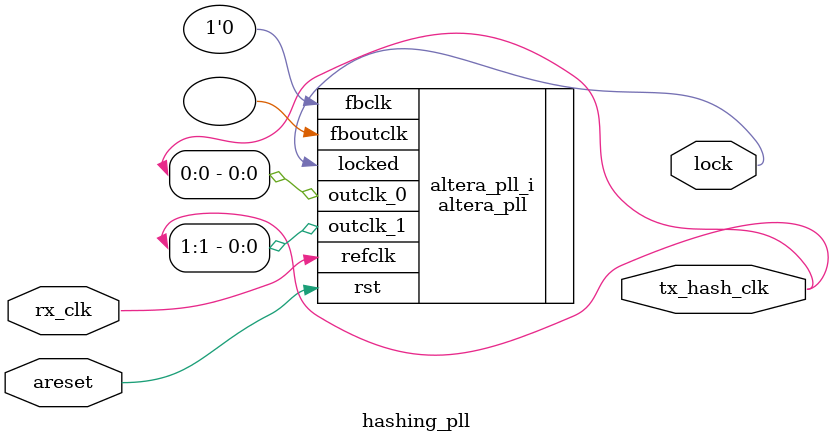
<source format=v>


module hashing_pll # (
	parameter INPUT_FREQUENCY = 50,
	parameter DIVIDE_BY = 1,
	parameter MULTIPLY_BY = 1
) (
	input areset,
	input rx_clk,
	output [1:0] tx_hash_clk,
	output lock
);

//	wire [4:0] clks;
//
//	assign tx_hash_clk = clks[0];

	altera_pll #(
		.fractional_vco_multiplier("false"),
		.reference_clock_frequency((1000000 / INPUT_FREQUENCY)),
		.operation_mode("direct"),
		.number_of_clocks(2),
		.output_clock_frequency0((1000000 * DIVIDE_BY) / (INPUT_FREQUENCY * MULTIPLY_BY)),
		.phase_shift0("0 ps"),
		.duty_cycle0(50),
		.output_clock_frequency1((1000000 * DIVIDE_BY) / (INPUT_FREQUENCY * 2 * MULTIPLY_BY)),
		.phase_shift1("0 ps"),
		.duty_cycle1(50),
		.output_clock_frequency2("0 MHz"),
		.phase_shift2("0 ps"),
		.duty_cycle2(50),
		.output_clock_frequency3("0 MHz"),
		.phase_shift3("0 ps"),
		.duty_cycle3(50),
		.output_clock_frequency4("0 MHz"),
		.phase_shift4("0 ps"),
		.duty_cycle4(50),
		.output_clock_frequency5("0 MHz"),
		.phase_shift5("0 ps"),
		.duty_cycle5(50),
		.output_clock_frequency6("0 MHz"),
		.phase_shift6("0 ps"),
		.duty_cycle6(50),
		.output_clock_frequency7("0 MHz"),
		.phase_shift7("0 ps"),
		.duty_cycle7(50),
		.output_clock_frequency8("0 MHz"),
		.phase_shift8("0 ps"),
		.duty_cycle8(50),
		.output_clock_frequency9("0 MHz"),
		.phase_shift9("0 ps"),
		.duty_cycle9(50),
		.output_clock_frequency10("0 MHz"),
		.phase_shift10("0 ps"),
		.duty_cycle10(50),
		.output_clock_frequency11("0 MHz"),
		.phase_shift11("0 ps"),
		.duty_cycle11(50),
		.output_clock_frequency12("0 MHz"),
		.phase_shift12("0 ps"),
		.duty_cycle12(50),
		.output_clock_frequency13("0 MHz"),
		.phase_shift13("0 ps"),
		.duty_cycle13(50),
		.output_clock_frequency14("0 MHz"),
		.phase_shift14("0 ps"),
		.duty_cycle14(50),
		.output_clock_frequency15("0 MHz"),
		.phase_shift15("0 ps"),
		.duty_cycle15(50),
		.output_clock_frequency16("0 MHz"),
		.phase_shift16("0 ps"),
		.duty_cycle16(50),
		.output_clock_frequency17("0 MHz"),
		.phase_shift17("0 ps"),
		.duty_cycle17(50),
		.pll_type("General"),
		.pll_subtype("General")
	) altera_pll_i (
		.rst	(areset),
		.outclk_0	(tx_hash_clk[0]),
		.outclk_1	(tx_hash_clk[1]),
		.locked	(lock),
		.fboutclk	( ),
		.fbclk	(1'b0),
		.refclk	(rx_clk)
	);

//	altpll	altpll_component (
//		.inclk ({1'b0, rx_clk}),
//		.clk (clks),
//		.activeclock (),
//		.areset (areset),
//		.clkbad (),
//		.clkena ({6{1'b1}}),
//		.clkloss (),
//		.clkswitch (1'b0),
//		.configupdate (1'b0),
//		.enable0 (),
//		.enable1 (),
//		.extclk (),
//		.extclkena ({4{1'b1}}),
//		.fbin (1'b1),
//		.fbmimicbidir (),
//		.fbout (),
//		.fref (),
//		.icdrclk (),
//		.locked (lock),
//		.pfdena (1'b1),
//		.phasecounterselect ({4{1'b1}}),
//		.phasedone (),
//		.phasestep (1'b1),
//		.phaseupdown (1'b1),
//		.pllena (1'b1),
//		.scanaclr (1'b0),
//		.scanclk (1'b0),
//		.scanclkena (1'b1),
//		.scandata (1'b0),
//		.scandataout (),
//		.scandone (),
//		.scanread (1'b0),
//		.scanwrite (1'b0),
//		.sclkout0 (),
//		.sclkout1 (),
//		.vcooverrange (),
//		.vcounderrange ());
//	defparam
//		altpll_component.bandwidth_type = "AUTO",
//		altpll_component.clk0_divide_by = DIVIDE_BY,
//		altpll_component.clk0_duty_cycle = 50,
//		altpll_component.clk0_multiply_by = MULTIPLY_BY,
//		altpll_component.clk0_phase_shift = "0",
//		altpll_component.compensate_clock = "CLK0",
//		altpll_component.inclk0_input_frequency = (1000000 / INPUT_FREQUENCY),
//		altpll_component.intended_device_family = "Cyclone V",
//		altpll_component.lpm_hint = "CBX_MODULE_PREFIX=main_pll",
//		altpll_component.lpm_type = "altpll",
//		altpll_component.operation_mode = "NORMAL",
//		altpll_component.pll_type = "AUTO",
//		altpll_component.port_activeclock = "PORT_UNUSED",
//		altpll_component.port_areset = "PORT_UNUSED",
//		altpll_component.port_clkbad0 = "PORT_UNUSED",
//		altpll_component.port_clkbad1 = "PORT_UNUSED",
//		altpll_component.port_clkloss = "PORT_UNUSED",
//		altpll_component.port_clkswitch = "PORT_UNUSED",
//		altpll_component.port_configupdate = "PORT_UNUSED",
//		altpll_component.port_fbin = "PORT_UNUSED",
//		altpll_component.port_inclk0 = "PORT_USED",
//		altpll_component.port_inclk1 = "PORT_UNUSED",
//		altpll_component.port_locked = "PORT_UNUSED",
//		altpll_component.port_pfdena = "PORT_UNUSED",
//		altpll_component.port_phasecounterselect = "PORT_UNUSED",
//		altpll_component.port_phasedone = "PORT_UNUSED",
//		altpll_component.port_phasestep = "PORT_UNUSED",
//		altpll_component.port_phaseupdown = "PORT_UNUSED",
//		altpll_component.port_pllena = "PORT_UNUSED",
//		altpll_component.port_scanaclr = "PORT_UNUSED",
//		altpll_component.port_scanclk = "PORT_UNUSED",
//		altpll_component.port_scanclkena = "PORT_UNUSED",
//		altpll_component.port_scandata = "PORT_UNUSED",
//		altpll_component.port_scandataout = "PORT_UNUSED",
//		altpll_component.port_scandone = "PORT_UNUSED",
//		altpll_component.port_scanread = "PORT_UNUSED",
//		altpll_component.port_scanwrite = "PORT_UNUSED",
//		altpll_component.port_clk0 = "PORT_USED",
//		altpll_component.port_clk1 = "PORT_UNUSED",
//		altpll_component.port_clk2 = "PORT_UNUSED",
//		altpll_component.port_clk3 = "PORT_UNUSED",
//		altpll_component.port_clk4 = "PORT_UNUSED",
//		altpll_component.port_clk5 = "PORT_UNUSED",
//		altpll_component.port_clkena0 = "PORT_UNUSED",
//		altpll_component.port_clkena1 = "PORT_UNUSED",
//		altpll_component.port_clkena2 = "PORT_UNUSED",
//		altpll_component.port_clkena3 = "PORT_UNUSED",
//		altpll_component.port_clkena4 = "PORT_UNUSED",
//		altpll_component.port_clkena5 = "PORT_UNUSED",
//		altpll_component.port_extclk0 = "PORT_UNUSED",
//		altpll_component.port_extclk1 = "PORT_UNUSED",
//		altpll_component.port_extclk2 = "PORT_UNUSED",
//		altpll_component.port_extclk3 = "PORT_UNUSED",
//		altpll_component.width_clock = 5;

endmodule


</source>
